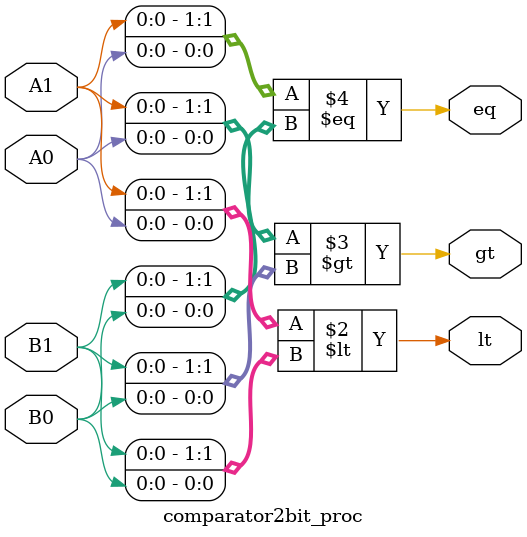
<source format=v>

module comparator2bit_proc (A1,A0,B1,B0,lt,gt,eq);
input A1,A0,B1,B0;
output reg lt,gt,eq;

always @(A1,B0,B1,B0)
 begin
  lt = ({A1,A0} < {B1,B0});
  gt = ({A1,A0} > {B1,B0});
  eq = ({A1,A0} == {B1,B0});
 end

endmodule

</source>
